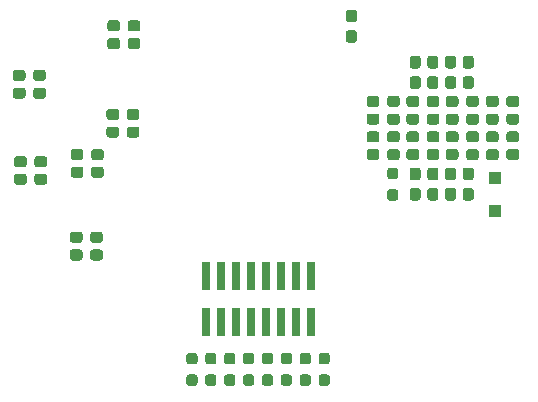
<source format=gbr>
%TF.GenerationSoftware,KiCad,Pcbnew,5.1.7-a382d34a8~87~ubuntu20.04.1*%
%TF.CreationDate,2021-02-03T18:06:15+00:00*%
%TF.ProjectId,UFOControlDeck,55464f43-6f6e-4747-926f-6c4465636b2e,rev?*%
%TF.SameCoordinates,Original*%
%TF.FileFunction,Paste,Bot*%
%TF.FilePolarity,Positive*%
%FSLAX46Y46*%
G04 Gerber Fmt 4.6, Leading zero omitted, Abs format (unit mm)*
G04 Created by KiCad (PCBNEW 5.1.7-a382d34a8~87~ubuntu20.04.1) date 2021-02-03 18:06:15*
%MOMM*%
%LPD*%
G01*
G04 APERTURE LIST*
%ADD10R,0.740000X2.400000*%
%ADD11R,1.100000X1.100000*%
G04 APERTURE END LIST*
%TO.C,R10*%
G36*
G01*
X150237500Y-119387500D02*
X149762500Y-119387500D01*
G75*
G02*
X149525000Y-119150000I0J237500D01*
G01*
X149525000Y-118650000D01*
G75*
G02*
X149762500Y-118412500I237500J0D01*
G01*
X150237500Y-118412500D01*
G75*
G02*
X150475000Y-118650000I0J-237500D01*
G01*
X150475000Y-119150000D01*
G75*
G02*
X150237500Y-119387500I-237500J0D01*
G01*
G37*
G36*
G01*
X150237500Y-121212500D02*
X149762500Y-121212500D01*
G75*
G02*
X149525000Y-120975000I0J237500D01*
G01*
X149525000Y-120475000D01*
G75*
G02*
X149762500Y-120237500I237500J0D01*
G01*
X150237500Y-120237500D01*
G75*
G02*
X150475000Y-120475000I0J-237500D01*
G01*
X150475000Y-120975000D01*
G75*
G02*
X150237500Y-121212500I-237500J0D01*
G01*
G37*
%TD*%
%TO.C,C46*%
G36*
G01*
X146262500Y-106762499D02*
X146737500Y-106762499D01*
G75*
G02*
X146975000Y-106999999I0J-237500D01*
G01*
X146975000Y-107599999D01*
G75*
G02*
X146737500Y-107837499I-237500J0D01*
G01*
X146262500Y-107837499D01*
G75*
G02*
X146025000Y-107599999I0J237500D01*
G01*
X146025000Y-106999999D01*
G75*
G02*
X146262500Y-106762499I237500J0D01*
G01*
G37*
G36*
G01*
X146262500Y-105037499D02*
X146737500Y-105037499D01*
G75*
G02*
X146975000Y-105274999I0J-237500D01*
G01*
X146975000Y-105874999D01*
G75*
G02*
X146737500Y-106112499I-237500J0D01*
G01*
X146262500Y-106112499D01*
G75*
G02*
X146025000Y-105874999I0J237500D01*
G01*
X146025000Y-105274999D01*
G75*
G02*
X146262500Y-105037499I237500J0D01*
G01*
G37*
%TD*%
%TO.C,C41*%
G36*
G01*
X118912499Y-111862500D02*
X118912499Y-112337500D01*
G75*
G02*
X118674999Y-112575000I-237500J0D01*
G01*
X118074999Y-112575000D01*
G75*
G02*
X117837499Y-112337500I0J237500D01*
G01*
X117837499Y-111862500D01*
G75*
G02*
X118074999Y-111625000I237500J0D01*
G01*
X118674999Y-111625000D01*
G75*
G02*
X118912499Y-111862500I0J-237500D01*
G01*
G37*
G36*
G01*
X120637499Y-111862500D02*
X120637499Y-112337500D01*
G75*
G02*
X120399999Y-112575000I-237500J0D01*
G01*
X119799999Y-112575000D01*
G75*
G02*
X119562499Y-112337500I0J237500D01*
G01*
X119562499Y-111862500D01*
G75*
G02*
X119799999Y-111625000I237500J0D01*
G01*
X120399999Y-111625000D01*
G75*
G02*
X120637499Y-111862500I0J-237500D01*
G01*
G37*
%TD*%
%TO.C,C40*%
G36*
G01*
X127487501Y-115637500D02*
X127487501Y-115162500D01*
G75*
G02*
X127725001Y-114925000I237500J0D01*
G01*
X128325001Y-114925000D01*
G75*
G02*
X128562501Y-115162500I0J-237500D01*
G01*
X128562501Y-115637500D01*
G75*
G02*
X128325001Y-115875000I-237500J0D01*
G01*
X127725001Y-115875000D01*
G75*
G02*
X127487501Y-115637500I0J237500D01*
G01*
G37*
G36*
G01*
X125762501Y-115637500D02*
X125762501Y-115162500D01*
G75*
G02*
X126000001Y-114925000I237500J0D01*
G01*
X126600001Y-114925000D01*
G75*
G02*
X126837501Y-115162500I0J-237500D01*
G01*
X126837501Y-115637500D01*
G75*
G02*
X126600001Y-115875000I-237500J0D01*
G01*
X126000001Y-115875000D01*
G75*
G02*
X125762501Y-115637500I0J237500D01*
G01*
G37*
%TD*%
%TO.C,C39*%
G36*
G01*
X124387501Y-126037500D02*
X124387501Y-125562500D01*
G75*
G02*
X124625001Y-125325000I237500J0D01*
G01*
X125225001Y-125325000D01*
G75*
G02*
X125462501Y-125562500I0J-237500D01*
G01*
X125462501Y-126037500D01*
G75*
G02*
X125225001Y-126275000I-237500J0D01*
G01*
X124625001Y-126275000D01*
G75*
G02*
X124387501Y-126037500I0J237500D01*
G01*
G37*
G36*
G01*
X122662501Y-126037500D02*
X122662501Y-125562500D01*
G75*
G02*
X122900001Y-125325000I237500J0D01*
G01*
X123500001Y-125325000D01*
G75*
G02*
X123737501Y-125562500I0J-237500D01*
G01*
X123737501Y-126037500D01*
G75*
G02*
X123500001Y-126275000I-237500J0D01*
G01*
X122900001Y-126275000D01*
G75*
G02*
X122662501Y-126037500I0J237500D01*
G01*
G37*
%TD*%
%TO.C,C9*%
G36*
G01*
X118912499Y-110362500D02*
X118912499Y-110837500D01*
G75*
G02*
X118674999Y-111075000I-237500J0D01*
G01*
X118074999Y-111075000D01*
G75*
G02*
X117837499Y-110837500I0J237500D01*
G01*
X117837499Y-110362500D01*
G75*
G02*
X118074999Y-110125000I237500J0D01*
G01*
X118674999Y-110125000D01*
G75*
G02*
X118912499Y-110362500I0J-237500D01*
G01*
G37*
G36*
G01*
X120637499Y-110362500D02*
X120637499Y-110837500D01*
G75*
G02*
X120399999Y-111075000I-237500J0D01*
G01*
X119799999Y-111075000D01*
G75*
G02*
X119562499Y-110837500I0J237500D01*
G01*
X119562499Y-110362500D01*
G75*
G02*
X119799999Y-110125000I237500J0D01*
G01*
X120399999Y-110125000D01*
G75*
G02*
X120637499Y-110362500I0J-237500D01*
G01*
G37*
%TD*%
%TO.C,C8*%
G36*
G01*
X127487500Y-114137500D02*
X127487500Y-113662500D01*
G75*
G02*
X127725000Y-113425000I237500J0D01*
G01*
X128325000Y-113425000D01*
G75*
G02*
X128562500Y-113662500I0J-237500D01*
G01*
X128562500Y-114137500D01*
G75*
G02*
X128325000Y-114375000I-237500J0D01*
G01*
X127725000Y-114375000D01*
G75*
G02*
X127487500Y-114137500I0J237500D01*
G01*
G37*
G36*
G01*
X125762500Y-114137500D02*
X125762500Y-113662500D01*
G75*
G02*
X126000000Y-113425000I237500J0D01*
G01*
X126600000Y-113425000D01*
G75*
G02*
X126837500Y-113662500I0J-237500D01*
G01*
X126837500Y-114137500D01*
G75*
G02*
X126600000Y-114375000I-237500J0D01*
G01*
X126000000Y-114375000D01*
G75*
G02*
X125762500Y-114137500I0J237500D01*
G01*
G37*
%TD*%
%TO.C,C7*%
G36*
G01*
X124387501Y-124537500D02*
X124387501Y-124062500D01*
G75*
G02*
X124625001Y-123825000I237500J0D01*
G01*
X125225001Y-123825000D01*
G75*
G02*
X125462501Y-124062500I0J-237500D01*
G01*
X125462501Y-124537500D01*
G75*
G02*
X125225001Y-124775000I-237500J0D01*
G01*
X124625001Y-124775000D01*
G75*
G02*
X124387501Y-124537500I0J237500D01*
G01*
G37*
G36*
G01*
X122662501Y-124537500D02*
X122662501Y-124062500D01*
G75*
G02*
X122900001Y-123825000I237500J0D01*
G01*
X123500001Y-123825000D01*
G75*
G02*
X123737501Y-124062500I0J-237500D01*
G01*
X123737501Y-124537500D01*
G75*
G02*
X123500001Y-124775000I-237500J0D01*
G01*
X122900001Y-124775000D01*
G75*
G02*
X122662501Y-124537500I0J237500D01*
G01*
G37*
%TD*%
%TO.C,C6*%
G36*
G01*
X119012499Y-117662500D02*
X119012499Y-118137500D01*
G75*
G02*
X118774999Y-118375000I-237500J0D01*
G01*
X118174999Y-118375000D01*
G75*
G02*
X117937499Y-118137500I0J237500D01*
G01*
X117937499Y-117662500D01*
G75*
G02*
X118174999Y-117425000I237500J0D01*
G01*
X118774999Y-117425000D01*
G75*
G02*
X119012499Y-117662500I0J-237500D01*
G01*
G37*
G36*
G01*
X120737499Y-117662500D02*
X120737499Y-118137500D01*
G75*
G02*
X120499999Y-118375000I-237500J0D01*
G01*
X119899999Y-118375000D01*
G75*
G02*
X119662499Y-118137500I0J237500D01*
G01*
X119662499Y-117662500D01*
G75*
G02*
X119899999Y-117425000I237500J0D01*
G01*
X120499999Y-117425000D01*
G75*
G02*
X120737499Y-117662500I0J-237500D01*
G01*
G37*
%TD*%
%TO.C,C5*%
G36*
G01*
X127562500Y-108137500D02*
X127562500Y-107662500D01*
G75*
G02*
X127800000Y-107425000I237500J0D01*
G01*
X128400000Y-107425000D01*
G75*
G02*
X128637500Y-107662500I0J-237500D01*
G01*
X128637500Y-108137500D01*
G75*
G02*
X128400000Y-108375000I-237500J0D01*
G01*
X127800000Y-108375000D01*
G75*
G02*
X127562500Y-108137500I0J237500D01*
G01*
G37*
G36*
G01*
X125837500Y-108137500D02*
X125837500Y-107662500D01*
G75*
G02*
X126075000Y-107425000I237500J0D01*
G01*
X126675000Y-107425000D01*
G75*
G02*
X126912500Y-107662500I0J-237500D01*
G01*
X126912500Y-108137500D01*
G75*
G02*
X126675000Y-108375000I-237500J0D01*
G01*
X126075000Y-108375000D01*
G75*
G02*
X125837500Y-108137500I0J237500D01*
G01*
G37*
%TD*%
%TO.C,C4*%
G36*
G01*
X124462500Y-117537500D02*
X124462500Y-117062500D01*
G75*
G02*
X124700000Y-116825000I237500J0D01*
G01*
X125300000Y-116825000D01*
G75*
G02*
X125537500Y-117062500I0J-237500D01*
G01*
X125537500Y-117537500D01*
G75*
G02*
X125300000Y-117775000I-237500J0D01*
G01*
X124700000Y-117775000D01*
G75*
G02*
X124462500Y-117537500I0J237500D01*
G01*
G37*
G36*
G01*
X122737500Y-117537500D02*
X122737500Y-117062500D01*
G75*
G02*
X122975000Y-116825000I237500J0D01*
G01*
X123575000Y-116825000D01*
G75*
G02*
X123812500Y-117062500I0J-237500D01*
G01*
X123812500Y-117537500D01*
G75*
G02*
X123575000Y-117775000I-237500J0D01*
G01*
X122975000Y-117775000D01*
G75*
G02*
X122737500Y-117537500I0J237500D01*
G01*
G37*
%TD*%
%TO.C,C3*%
G36*
G01*
X119012499Y-119162501D02*
X119012499Y-119637501D01*
G75*
G02*
X118774999Y-119875001I-237500J0D01*
G01*
X118174999Y-119875001D01*
G75*
G02*
X117937499Y-119637501I0J237500D01*
G01*
X117937499Y-119162501D01*
G75*
G02*
X118174999Y-118925001I237500J0D01*
G01*
X118774999Y-118925001D01*
G75*
G02*
X119012499Y-119162501I0J-237500D01*
G01*
G37*
G36*
G01*
X120737499Y-119162501D02*
X120737499Y-119637501D01*
G75*
G02*
X120499999Y-119875001I-237500J0D01*
G01*
X119899999Y-119875001D01*
G75*
G02*
X119662499Y-119637501I0J237500D01*
G01*
X119662499Y-119162501D01*
G75*
G02*
X119899999Y-118925001I237500J0D01*
G01*
X120499999Y-118925001D01*
G75*
G02*
X120737499Y-119162501I0J-237500D01*
G01*
G37*
%TD*%
%TO.C,C2*%
G36*
G01*
X127562500Y-106637499D02*
X127562500Y-106162499D01*
G75*
G02*
X127800000Y-105924999I237500J0D01*
G01*
X128400000Y-105924999D01*
G75*
G02*
X128637500Y-106162499I0J-237500D01*
G01*
X128637500Y-106637499D01*
G75*
G02*
X128400000Y-106874999I-237500J0D01*
G01*
X127800000Y-106874999D01*
G75*
G02*
X127562500Y-106637499I0J237500D01*
G01*
G37*
G36*
G01*
X125837500Y-106637499D02*
X125837500Y-106162499D01*
G75*
G02*
X126075000Y-105924999I237500J0D01*
G01*
X126675000Y-105924999D01*
G75*
G02*
X126912500Y-106162499I0J-237500D01*
G01*
X126912500Y-106637499D01*
G75*
G02*
X126675000Y-106874999I-237500J0D01*
G01*
X126075000Y-106874999D01*
G75*
G02*
X125837500Y-106637499I0J237500D01*
G01*
G37*
%TD*%
%TO.C,C1*%
G36*
G01*
X124462500Y-119037500D02*
X124462500Y-118562500D01*
G75*
G02*
X124700000Y-118325000I237500J0D01*
G01*
X125300000Y-118325000D01*
G75*
G02*
X125537500Y-118562500I0J-237500D01*
G01*
X125537500Y-119037500D01*
G75*
G02*
X125300000Y-119275000I-237500J0D01*
G01*
X124700000Y-119275000D01*
G75*
G02*
X124462500Y-119037500I0J237500D01*
G01*
G37*
G36*
G01*
X122737500Y-119037500D02*
X122737500Y-118562500D01*
G75*
G02*
X122975000Y-118325000I237500J0D01*
G01*
X123575000Y-118325000D01*
G75*
G02*
X123812500Y-118562500I0J-237500D01*
G01*
X123812500Y-119037500D01*
G75*
G02*
X123575000Y-119275000I-237500J0D01*
G01*
X122975000Y-119275000D01*
G75*
G02*
X122737500Y-119037500I0J237500D01*
G01*
G37*
%TD*%
D10*
%TO.C,J13*%
X143045000Y-131450000D03*
X143045000Y-127550000D03*
X141775000Y-131450000D03*
X141775000Y-127550000D03*
X140505000Y-131450000D03*
X140505000Y-127550000D03*
X139235000Y-131450000D03*
X139235000Y-127550000D03*
X137965000Y-131450000D03*
X137965000Y-127550000D03*
X136695000Y-131450000D03*
X136695000Y-127550000D03*
X135425000Y-131450000D03*
X135425000Y-127550000D03*
X134155000Y-131450000D03*
X134155000Y-127550000D03*
%TD*%
D11*
%TO.C,D14*%
X158700000Y-122100000D03*
X158700000Y-119300000D03*
%TD*%
%TO.C,C38*%
G36*
G01*
X152887500Y-114537500D02*
X152887500Y-114062500D01*
G75*
G02*
X153125000Y-113825000I237500J0D01*
G01*
X153725000Y-113825000D01*
G75*
G02*
X153962500Y-114062500I0J-237500D01*
G01*
X153962500Y-114537500D01*
G75*
G02*
X153725000Y-114775000I-237500J0D01*
G01*
X153125000Y-114775000D01*
G75*
G02*
X152887500Y-114537500I0J237500D01*
G01*
G37*
G36*
G01*
X151162500Y-114537500D02*
X151162500Y-114062500D01*
G75*
G02*
X151400000Y-113825000I237500J0D01*
G01*
X152000000Y-113825000D01*
G75*
G02*
X152237500Y-114062500I0J-237500D01*
G01*
X152237500Y-114537500D01*
G75*
G02*
X152000000Y-114775000I-237500J0D01*
G01*
X151400000Y-114775000D01*
G75*
G02*
X151162500Y-114537500I0J237500D01*
G01*
G37*
%TD*%
%TO.C,C37*%
G36*
G01*
X155575000Y-115562500D02*
X155575000Y-116037500D01*
G75*
G02*
X155337500Y-116275000I-237500J0D01*
G01*
X154737500Y-116275000D01*
G75*
G02*
X154500000Y-116037500I0J237500D01*
G01*
X154500000Y-115562500D01*
G75*
G02*
X154737500Y-115325000I237500J0D01*
G01*
X155337500Y-115325000D01*
G75*
G02*
X155575000Y-115562500I0J-237500D01*
G01*
G37*
G36*
G01*
X157300000Y-115562500D02*
X157300000Y-116037500D01*
G75*
G02*
X157062500Y-116275000I-237500J0D01*
G01*
X156462500Y-116275000D01*
G75*
G02*
X156225000Y-116037500I0J237500D01*
G01*
X156225000Y-115562500D01*
G75*
G02*
X156462500Y-115325000I237500J0D01*
G01*
X157062500Y-115325000D01*
G75*
G02*
X157300000Y-115562500I0J-237500D01*
G01*
G37*
%TD*%
%TO.C,C36*%
G36*
G01*
X148875000Y-117062500D02*
X148875000Y-117537500D01*
G75*
G02*
X148637500Y-117775000I-237500J0D01*
G01*
X148037500Y-117775000D01*
G75*
G02*
X147800000Y-117537500I0J237500D01*
G01*
X147800000Y-117062500D01*
G75*
G02*
X148037500Y-116825000I237500J0D01*
G01*
X148637500Y-116825000D01*
G75*
G02*
X148875000Y-117062500I0J-237500D01*
G01*
G37*
G36*
G01*
X150600000Y-117062500D02*
X150600000Y-117537500D01*
G75*
G02*
X150362500Y-117775000I-237500J0D01*
G01*
X149762500Y-117775000D01*
G75*
G02*
X149525000Y-117537500I0J237500D01*
G01*
X149525000Y-117062500D01*
G75*
G02*
X149762500Y-116825000I237500J0D01*
G01*
X150362500Y-116825000D01*
G75*
G02*
X150600000Y-117062500I0J-237500D01*
G01*
G37*
%TD*%
%TO.C,C35*%
G36*
G01*
X152887500Y-116037500D02*
X152887500Y-115562500D01*
G75*
G02*
X153125000Y-115325000I237500J0D01*
G01*
X153725000Y-115325000D01*
G75*
G02*
X153962500Y-115562500I0J-237500D01*
G01*
X153962500Y-116037500D01*
G75*
G02*
X153725000Y-116275000I-237500J0D01*
G01*
X153125000Y-116275000D01*
G75*
G02*
X152887500Y-116037500I0J237500D01*
G01*
G37*
G36*
G01*
X151162500Y-116037500D02*
X151162500Y-115562500D01*
G75*
G02*
X151400000Y-115325000I237500J0D01*
G01*
X152000000Y-115325000D01*
G75*
G02*
X152237500Y-115562500I0J-237500D01*
G01*
X152237500Y-116037500D01*
G75*
G02*
X152000000Y-116275000I-237500J0D01*
G01*
X151400000Y-116275000D01*
G75*
G02*
X151162500Y-116037500I0J237500D01*
G01*
G37*
%TD*%
%TO.C,C34*%
G36*
G01*
X152887500Y-117537500D02*
X152887500Y-117062500D01*
G75*
G02*
X153125000Y-116825000I237500J0D01*
G01*
X153725000Y-116825000D01*
G75*
G02*
X153962500Y-117062500I0J-237500D01*
G01*
X153962500Y-117537500D01*
G75*
G02*
X153725000Y-117775000I-237500J0D01*
G01*
X153125000Y-117775000D01*
G75*
G02*
X152887500Y-117537500I0J237500D01*
G01*
G37*
G36*
G01*
X151162500Y-117537500D02*
X151162500Y-117062500D01*
G75*
G02*
X151400000Y-116825000I237500J0D01*
G01*
X152000000Y-116825000D01*
G75*
G02*
X152237500Y-117062500I0J-237500D01*
G01*
X152237500Y-117537500D01*
G75*
G02*
X152000000Y-117775000I-237500J0D01*
G01*
X151400000Y-117775000D01*
G75*
G02*
X151162500Y-117537500I0J237500D01*
G01*
G37*
%TD*%
%TO.C,C33*%
G36*
G01*
X155575000Y-114072500D02*
X155575000Y-114547500D01*
G75*
G02*
X155337500Y-114785000I-237500J0D01*
G01*
X154737500Y-114785000D01*
G75*
G02*
X154500000Y-114547500I0J237500D01*
G01*
X154500000Y-114072500D01*
G75*
G02*
X154737500Y-113835000I237500J0D01*
G01*
X155337500Y-113835000D01*
G75*
G02*
X155575000Y-114072500I0J-237500D01*
G01*
G37*
G36*
G01*
X157300000Y-114072500D02*
X157300000Y-114547500D01*
G75*
G02*
X157062500Y-114785000I-237500J0D01*
G01*
X156462500Y-114785000D01*
G75*
G02*
X156225000Y-114547500I0J237500D01*
G01*
X156225000Y-114072500D01*
G75*
G02*
X156462500Y-113835000I237500J0D01*
G01*
X157062500Y-113835000D01*
G75*
G02*
X157300000Y-114072500I0J-237500D01*
G01*
G37*
%TD*%
%TO.C,C32*%
G36*
G01*
X152887500Y-113037500D02*
X152887500Y-112562500D01*
G75*
G02*
X153125000Y-112325000I237500J0D01*
G01*
X153725000Y-112325000D01*
G75*
G02*
X153962500Y-112562500I0J-237500D01*
G01*
X153962500Y-113037500D01*
G75*
G02*
X153725000Y-113275000I-237500J0D01*
G01*
X153125000Y-113275000D01*
G75*
G02*
X152887500Y-113037500I0J237500D01*
G01*
G37*
G36*
G01*
X151162500Y-113037500D02*
X151162500Y-112562500D01*
G75*
G02*
X151400000Y-112325000I237500J0D01*
G01*
X152000000Y-112325000D01*
G75*
G02*
X152237500Y-112562500I0J-237500D01*
G01*
X152237500Y-113037500D01*
G75*
G02*
X152000000Y-113275000I-237500J0D01*
G01*
X151400000Y-113275000D01*
G75*
G02*
X151162500Y-113037500I0J237500D01*
G01*
G37*
%TD*%
%TO.C,C31*%
G36*
G01*
X155575000Y-117062500D02*
X155575000Y-117537500D01*
G75*
G02*
X155337500Y-117775000I-237500J0D01*
G01*
X154737500Y-117775000D01*
G75*
G02*
X154500000Y-117537500I0J237500D01*
G01*
X154500000Y-117062500D01*
G75*
G02*
X154737500Y-116825000I237500J0D01*
G01*
X155337500Y-116825000D01*
G75*
G02*
X155575000Y-117062500I0J-237500D01*
G01*
G37*
G36*
G01*
X157300000Y-117062500D02*
X157300000Y-117537500D01*
G75*
G02*
X157062500Y-117775000I-237500J0D01*
G01*
X156462500Y-117775000D01*
G75*
G02*
X156225000Y-117537500I0J237500D01*
G01*
X156225000Y-117062500D01*
G75*
G02*
X156462500Y-116825000I237500J0D01*
G01*
X157062500Y-116825000D01*
G75*
G02*
X157300000Y-117062500I0J-237500D01*
G01*
G37*
%TD*%
%TO.C,C30*%
G36*
G01*
X155575000Y-112562500D02*
X155575000Y-113037500D01*
G75*
G02*
X155337500Y-113275000I-237500J0D01*
G01*
X154737500Y-113275000D01*
G75*
G02*
X154500000Y-113037500I0J237500D01*
G01*
X154500000Y-112562500D01*
G75*
G02*
X154737500Y-112325000I237500J0D01*
G01*
X155337500Y-112325000D01*
G75*
G02*
X155575000Y-112562500I0J-237500D01*
G01*
G37*
G36*
G01*
X157300000Y-112562500D02*
X157300000Y-113037500D01*
G75*
G02*
X157062500Y-113275000I-237500J0D01*
G01*
X156462500Y-113275000D01*
G75*
G02*
X156225000Y-113037500I0J237500D01*
G01*
X156225000Y-112562500D01*
G75*
G02*
X156462500Y-112325000I237500J0D01*
G01*
X157062500Y-112325000D01*
G75*
G02*
X157300000Y-112562500I0J-237500D01*
G01*
G37*
%TD*%
%TO.C,C29*%
G36*
G01*
X156162500Y-120125000D02*
X156637500Y-120125000D01*
G75*
G02*
X156875000Y-120362500I0J-237500D01*
G01*
X156875000Y-120962500D01*
G75*
G02*
X156637500Y-121200000I-237500J0D01*
G01*
X156162500Y-121200000D01*
G75*
G02*
X155925000Y-120962500I0J237500D01*
G01*
X155925000Y-120362500D01*
G75*
G02*
X156162500Y-120125000I237500J0D01*
G01*
G37*
G36*
G01*
X156162500Y-118400000D02*
X156637500Y-118400000D01*
G75*
G02*
X156875000Y-118637500I0J-237500D01*
G01*
X156875000Y-119237500D01*
G75*
G02*
X156637500Y-119475000I-237500J0D01*
G01*
X156162500Y-119475000D01*
G75*
G02*
X155925000Y-119237500I0J237500D01*
G01*
X155925000Y-118637500D01*
G75*
G02*
X156162500Y-118400000I237500J0D01*
G01*
G37*
%TD*%
%TO.C,C28*%
G36*
G01*
X152137500Y-110012500D02*
X151662500Y-110012500D01*
G75*
G02*
X151425000Y-109775000I0J237500D01*
G01*
X151425000Y-109175000D01*
G75*
G02*
X151662500Y-108937500I237500J0D01*
G01*
X152137500Y-108937500D01*
G75*
G02*
X152375000Y-109175000I0J-237500D01*
G01*
X152375000Y-109775000D01*
G75*
G02*
X152137500Y-110012500I-237500J0D01*
G01*
G37*
G36*
G01*
X152137500Y-111737500D02*
X151662500Y-111737500D01*
G75*
G02*
X151425000Y-111500000I0J237500D01*
G01*
X151425000Y-110900000D01*
G75*
G02*
X151662500Y-110662500I237500J0D01*
G01*
X152137500Y-110662500D01*
G75*
G02*
X152375000Y-110900000I0J-237500D01*
G01*
X152375000Y-111500000D01*
G75*
G02*
X152137500Y-111737500I-237500J0D01*
G01*
G37*
%TD*%
%TO.C,C27*%
G36*
G01*
X153637500Y-110012500D02*
X153162500Y-110012500D01*
G75*
G02*
X152925000Y-109775000I0J237500D01*
G01*
X152925000Y-109175000D01*
G75*
G02*
X153162500Y-108937500I237500J0D01*
G01*
X153637500Y-108937500D01*
G75*
G02*
X153875000Y-109175000I0J-237500D01*
G01*
X153875000Y-109775000D01*
G75*
G02*
X153637500Y-110012500I-237500J0D01*
G01*
G37*
G36*
G01*
X153637500Y-111737500D02*
X153162500Y-111737500D01*
G75*
G02*
X152925000Y-111500000I0J237500D01*
G01*
X152925000Y-110900000D01*
G75*
G02*
X153162500Y-110662500I237500J0D01*
G01*
X153637500Y-110662500D01*
G75*
G02*
X153875000Y-110900000I0J-237500D01*
G01*
X153875000Y-111500000D01*
G75*
G02*
X153637500Y-111737500I-237500J0D01*
G01*
G37*
%TD*%
%TO.C,C26*%
G36*
G01*
X155137500Y-110012500D02*
X154662500Y-110012500D01*
G75*
G02*
X154425000Y-109775000I0J237500D01*
G01*
X154425000Y-109175000D01*
G75*
G02*
X154662500Y-108937500I237500J0D01*
G01*
X155137500Y-108937500D01*
G75*
G02*
X155375000Y-109175000I0J-237500D01*
G01*
X155375000Y-109775000D01*
G75*
G02*
X155137500Y-110012500I-237500J0D01*
G01*
G37*
G36*
G01*
X155137500Y-111737500D02*
X154662500Y-111737500D01*
G75*
G02*
X154425000Y-111500000I0J237500D01*
G01*
X154425000Y-110900000D01*
G75*
G02*
X154662500Y-110662500I237500J0D01*
G01*
X155137500Y-110662500D01*
G75*
G02*
X155375000Y-110900000I0J-237500D01*
G01*
X155375000Y-111500000D01*
G75*
G02*
X155137500Y-111737500I-237500J0D01*
G01*
G37*
%TD*%
%TO.C,C25*%
G36*
G01*
X156637500Y-110012499D02*
X156162500Y-110012499D01*
G75*
G02*
X155925000Y-109774999I0J237500D01*
G01*
X155925000Y-109174999D01*
G75*
G02*
X156162500Y-108937499I237500J0D01*
G01*
X156637500Y-108937499D01*
G75*
G02*
X156875000Y-109174999I0J-237500D01*
G01*
X156875000Y-109774999D01*
G75*
G02*
X156637500Y-110012499I-237500J0D01*
G01*
G37*
G36*
G01*
X156637500Y-111737499D02*
X156162500Y-111737499D01*
G75*
G02*
X155925000Y-111499999I0J237500D01*
G01*
X155925000Y-110899999D01*
G75*
G02*
X156162500Y-110662499I237500J0D01*
G01*
X156637500Y-110662499D01*
G75*
G02*
X156875000Y-110899999I0J-237500D01*
G01*
X156875000Y-111499999D01*
G75*
G02*
X156637500Y-111737499I-237500J0D01*
G01*
G37*
%TD*%
%TO.C,C24*%
G36*
G01*
X159625000Y-117537500D02*
X159625000Y-117062500D01*
G75*
G02*
X159862500Y-116825000I237500J0D01*
G01*
X160462500Y-116825000D01*
G75*
G02*
X160700000Y-117062500I0J-237500D01*
G01*
X160700000Y-117537500D01*
G75*
G02*
X160462500Y-117775000I-237500J0D01*
G01*
X159862500Y-117775000D01*
G75*
G02*
X159625000Y-117537500I0J237500D01*
G01*
G37*
G36*
G01*
X157900000Y-117537500D02*
X157900000Y-117062500D01*
G75*
G02*
X158137500Y-116825000I237500J0D01*
G01*
X158737500Y-116825000D01*
G75*
G02*
X158975000Y-117062500I0J-237500D01*
G01*
X158975000Y-117537500D01*
G75*
G02*
X158737500Y-117775000I-237500J0D01*
G01*
X158137500Y-117775000D01*
G75*
G02*
X157900000Y-117537500I0J237500D01*
G01*
G37*
%TD*%
%TO.C,C23*%
G36*
G01*
X148875000Y-115562500D02*
X148875000Y-116037500D01*
G75*
G02*
X148637500Y-116275000I-237500J0D01*
G01*
X148037500Y-116275000D01*
G75*
G02*
X147800000Y-116037500I0J237500D01*
G01*
X147800000Y-115562500D01*
G75*
G02*
X148037500Y-115325000I237500J0D01*
G01*
X148637500Y-115325000D01*
G75*
G02*
X148875000Y-115562500I0J-237500D01*
G01*
G37*
G36*
G01*
X150600000Y-115562500D02*
X150600000Y-116037500D01*
G75*
G02*
X150362500Y-116275000I-237500J0D01*
G01*
X149762500Y-116275000D01*
G75*
G02*
X149525000Y-116037500I0J237500D01*
G01*
X149525000Y-115562500D01*
G75*
G02*
X149762500Y-115325000I237500J0D01*
G01*
X150362500Y-115325000D01*
G75*
G02*
X150600000Y-115562500I0J-237500D01*
G01*
G37*
%TD*%
%TO.C,C22*%
G36*
G01*
X148875000Y-114062500D02*
X148875000Y-114537500D01*
G75*
G02*
X148637500Y-114775000I-237500J0D01*
G01*
X148037500Y-114775000D01*
G75*
G02*
X147800000Y-114537500I0J237500D01*
G01*
X147800000Y-114062500D01*
G75*
G02*
X148037500Y-113825000I237500J0D01*
G01*
X148637500Y-113825000D01*
G75*
G02*
X148875000Y-114062500I0J-237500D01*
G01*
G37*
G36*
G01*
X150600000Y-114062500D02*
X150600000Y-114537500D01*
G75*
G02*
X150362500Y-114775000I-237500J0D01*
G01*
X149762500Y-114775000D01*
G75*
G02*
X149525000Y-114537500I0J237500D01*
G01*
X149525000Y-114062500D01*
G75*
G02*
X149762500Y-113825000I237500J0D01*
G01*
X150362500Y-113825000D01*
G75*
G02*
X150600000Y-114062500I0J-237500D01*
G01*
G37*
%TD*%
%TO.C,C21*%
G36*
G01*
X148875000Y-112562500D02*
X148875000Y-113037500D01*
G75*
G02*
X148637500Y-113275000I-237500J0D01*
G01*
X148037500Y-113275000D01*
G75*
G02*
X147800000Y-113037500I0J237500D01*
G01*
X147800000Y-112562500D01*
G75*
G02*
X148037500Y-112325000I237500J0D01*
G01*
X148637500Y-112325000D01*
G75*
G02*
X148875000Y-112562500I0J-237500D01*
G01*
G37*
G36*
G01*
X150600000Y-112562500D02*
X150600000Y-113037500D01*
G75*
G02*
X150362500Y-113275000I-237500J0D01*
G01*
X149762500Y-113275000D01*
G75*
G02*
X149525000Y-113037500I0J237500D01*
G01*
X149525000Y-112562500D01*
G75*
G02*
X149762500Y-112325000I237500J0D01*
G01*
X150362500Y-112325000D01*
G75*
G02*
X150600000Y-112562500I0J-237500D01*
G01*
G37*
%TD*%
%TO.C,C20*%
G36*
G01*
X154662500Y-120125000D02*
X155137500Y-120125000D01*
G75*
G02*
X155375000Y-120362500I0J-237500D01*
G01*
X155375000Y-120962500D01*
G75*
G02*
X155137500Y-121200000I-237500J0D01*
G01*
X154662500Y-121200000D01*
G75*
G02*
X154425000Y-120962500I0J237500D01*
G01*
X154425000Y-120362500D01*
G75*
G02*
X154662500Y-120125000I237500J0D01*
G01*
G37*
G36*
G01*
X154662500Y-118400000D02*
X155137500Y-118400000D01*
G75*
G02*
X155375000Y-118637500I0J-237500D01*
G01*
X155375000Y-119237500D01*
G75*
G02*
X155137500Y-119475000I-237500J0D01*
G01*
X154662500Y-119475000D01*
G75*
G02*
X154425000Y-119237500I0J237500D01*
G01*
X154425000Y-118637500D01*
G75*
G02*
X154662500Y-118400000I237500J0D01*
G01*
G37*
%TD*%
%TO.C,C19*%
G36*
G01*
X153162500Y-120125000D02*
X153637500Y-120125000D01*
G75*
G02*
X153875000Y-120362500I0J-237500D01*
G01*
X153875000Y-120962500D01*
G75*
G02*
X153637500Y-121200000I-237500J0D01*
G01*
X153162500Y-121200000D01*
G75*
G02*
X152925000Y-120962500I0J237500D01*
G01*
X152925000Y-120362500D01*
G75*
G02*
X153162500Y-120125000I237500J0D01*
G01*
G37*
G36*
G01*
X153162500Y-118400000D02*
X153637500Y-118400000D01*
G75*
G02*
X153875000Y-118637500I0J-237500D01*
G01*
X153875000Y-119237500D01*
G75*
G02*
X153637500Y-119475000I-237500J0D01*
G01*
X153162500Y-119475000D01*
G75*
G02*
X152925000Y-119237500I0J237500D01*
G01*
X152925000Y-118637500D01*
G75*
G02*
X153162500Y-118400000I237500J0D01*
G01*
G37*
%TD*%
%TO.C,C18*%
G36*
G01*
X151662500Y-120125000D02*
X152137500Y-120125000D01*
G75*
G02*
X152375000Y-120362500I0J-237500D01*
G01*
X152375000Y-120962500D01*
G75*
G02*
X152137500Y-121200000I-237500J0D01*
G01*
X151662500Y-121200000D01*
G75*
G02*
X151425000Y-120962500I0J237500D01*
G01*
X151425000Y-120362500D01*
G75*
G02*
X151662500Y-120125000I237500J0D01*
G01*
G37*
G36*
G01*
X151662500Y-118400000D02*
X152137500Y-118400000D01*
G75*
G02*
X152375000Y-118637500I0J-237500D01*
G01*
X152375000Y-119237500D01*
G75*
G02*
X152137500Y-119475000I-237500J0D01*
G01*
X151662500Y-119475000D01*
G75*
G02*
X151425000Y-119237500I0J237500D01*
G01*
X151425000Y-118637500D01*
G75*
G02*
X151662500Y-118400000I237500J0D01*
G01*
G37*
%TD*%
%TO.C,C17*%
G36*
G01*
X159625000Y-116037500D02*
X159625000Y-115562500D01*
G75*
G02*
X159862500Y-115325000I237500J0D01*
G01*
X160462500Y-115325000D01*
G75*
G02*
X160700000Y-115562500I0J-237500D01*
G01*
X160700000Y-116037500D01*
G75*
G02*
X160462500Y-116275000I-237500J0D01*
G01*
X159862500Y-116275000D01*
G75*
G02*
X159625000Y-116037500I0J237500D01*
G01*
G37*
G36*
G01*
X157900000Y-116037500D02*
X157900000Y-115562500D01*
G75*
G02*
X158137500Y-115325000I237500J0D01*
G01*
X158737500Y-115325000D01*
G75*
G02*
X158975000Y-115562500I0J-237500D01*
G01*
X158975000Y-116037500D01*
G75*
G02*
X158737500Y-116275000I-237500J0D01*
G01*
X158137500Y-116275000D01*
G75*
G02*
X157900000Y-116037500I0J237500D01*
G01*
G37*
%TD*%
%TO.C,C16*%
G36*
G01*
X159625000Y-113037500D02*
X159625000Y-112562500D01*
G75*
G02*
X159862500Y-112325000I237500J0D01*
G01*
X160462500Y-112325000D01*
G75*
G02*
X160700000Y-112562500I0J-237500D01*
G01*
X160700000Y-113037500D01*
G75*
G02*
X160462500Y-113275000I-237500J0D01*
G01*
X159862500Y-113275000D01*
G75*
G02*
X159625000Y-113037500I0J237500D01*
G01*
G37*
G36*
G01*
X157900000Y-113037500D02*
X157900000Y-112562500D01*
G75*
G02*
X158137500Y-112325000I237500J0D01*
G01*
X158737500Y-112325000D01*
G75*
G02*
X158975000Y-112562500I0J-237500D01*
G01*
X158975000Y-113037500D01*
G75*
G02*
X158737500Y-113275000I-237500J0D01*
G01*
X158137500Y-113275000D01*
G75*
G02*
X157900000Y-113037500I0J237500D01*
G01*
G37*
%TD*%
%TO.C,C15*%
G36*
G01*
X159625000Y-114537500D02*
X159625000Y-114062500D01*
G75*
G02*
X159862500Y-113825000I237500J0D01*
G01*
X160462500Y-113825000D01*
G75*
G02*
X160700000Y-114062500I0J-237500D01*
G01*
X160700000Y-114537500D01*
G75*
G02*
X160462500Y-114775000I-237500J0D01*
G01*
X159862500Y-114775000D01*
G75*
G02*
X159625000Y-114537500I0J237500D01*
G01*
G37*
G36*
G01*
X157900000Y-114537500D02*
X157900000Y-114062500D01*
G75*
G02*
X158137500Y-113825000I237500J0D01*
G01*
X158737500Y-113825000D01*
G75*
G02*
X158975000Y-114062500I0J-237500D01*
G01*
X158975000Y-114537500D01*
G75*
G02*
X158737500Y-114775000I-237500J0D01*
G01*
X158137500Y-114775000D01*
G75*
G02*
X157900000Y-114537500I0J237500D01*
G01*
G37*
%TD*%
%TO.C,R23*%
G36*
G01*
X143962500Y-135912500D02*
X144437500Y-135912500D01*
G75*
G02*
X144675000Y-136150000I0J-237500D01*
G01*
X144675000Y-136650000D01*
G75*
G02*
X144437500Y-136887500I-237500J0D01*
G01*
X143962500Y-136887500D01*
G75*
G02*
X143725000Y-136650000I0J237500D01*
G01*
X143725000Y-136150000D01*
G75*
G02*
X143962500Y-135912500I237500J0D01*
G01*
G37*
G36*
G01*
X143962500Y-134087500D02*
X144437500Y-134087500D01*
G75*
G02*
X144675000Y-134325000I0J-237500D01*
G01*
X144675000Y-134825000D01*
G75*
G02*
X144437500Y-135062500I-237500J0D01*
G01*
X143962500Y-135062500D01*
G75*
G02*
X143725000Y-134825000I0J237500D01*
G01*
X143725000Y-134325000D01*
G75*
G02*
X143962500Y-134087500I237500J0D01*
G01*
G37*
%TD*%
%TO.C,R22*%
G36*
G01*
X142362500Y-135912500D02*
X142837500Y-135912500D01*
G75*
G02*
X143075000Y-136150000I0J-237500D01*
G01*
X143075000Y-136650000D01*
G75*
G02*
X142837500Y-136887500I-237500J0D01*
G01*
X142362500Y-136887500D01*
G75*
G02*
X142125000Y-136650000I0J237500D01*
G01*
X142125000Y-136150000D01*
G75*
G02*
X142362500Y-135912500I237500J0D01*
G01*
G37*
G36*
G01*
X142362500Y-134087500D02*
X142837500Y-134087500D01*
G75*
G02*
X143075000Y-134325000I0J-237500D01*
G01*
X143075000Y-134825000D01*
G75*
G02*
X142837500Y-135062500I-237500J0D01*
G01*
X142362500Y-135062500D01*
G75*
G02*
X142125000Y-134825000I0J237500D01*
G01*
X142125000Y-134325000D01*
G75*
G02*
X142362500Y-134087500I237500J0D01*
G01*
G37*
%TD*%
%TO.C,R21*%
G36*
G01*
X140762500Y-135912500D02*
X141237500Y-135912500D01*
G75*
G02*
X141475000Y-136150000I0J-237500D01*
G01*
X141475000Y-136650000D01*
G75*
G02*
X141237500Y-136887500I-237500J0D01*
G01*
X140762500Y-136887500D01*
G75*
G02*
X140525000Y-136650000I0J237500D01*
G01*
X140525000Y-136150000D01*
G75*
G02*
X140762500Y-135912500I237500J0D01*
G01*
G37*
G36*
G01*
X140762500Y-134087500D02*
X141237500Y-134087500D01*
G75*
G02*
X141475000Y-134325000I0J-237500D01*
G01*
X141475000Y-134825000D01*
G75*
G02*
X141237500Y-135062500I-237500J0D01*
G01*
X140762500Y-135062500D01*
G75*
G02*
X140525000Y-134825000I0J237500D01*
G01*
X140525000Y-134325000D01*
G75*
G02*
X140762500Y-134087500I237500J0D01*
G01*
G37*
%TD*%
%TO.C,R20*%
G36*
G01*
X139162500Y-135912500D02*
X139637500Y-135912500D01*
G75*
G02*
X139875000Y-136150000I0J-237500D01*
G01*
X139875000Y-136650000D01*
G75*
G02*
X139637500Y-136887500I-237500J0D01*
G01*
X139162500Y-136887500D01*
G75*
G02*
X138925000Y-136650000I0J237500D01*
G01*
X138925000Y-136150000D01*
G75*
G02*
X139162500Y-135912500I237500J0D01*
G01*
G37*
G36*
G01*
X139162500Y-134087500D02*
X139637500Y-134087500D01*
G75*
G02*
X139875000Y-134325000I0J-237500D01*
G01*
X139875000Y-134825000D01*
G75*
G02*
X139637500Y-135062500I-237500J0D01*
G01*
X139162500Y-135062500D01*
G75*
G02*
X138925000Y-134825000I0J237500D01*
G01*
X138925000Y-134325000D01*
G75*
G02*
X139162500Y-134087500I237500J0D01*
G01*
G37*
%TD*%
%TO.C,R19*%
G36*
G01*
X137562500Y-135912500D02*
X138037500Y-135912500D01*
G75*
G02*
X138275000Y-136150000I0J-237500D01*
G01*
X138275000Y-136650000D01*
G75*
G02*
X138037500Y-136887500I-237500J0D01*
G01*
X137562500Y-136887500D01*
G75*
G02*
X137325000Y-136650000I0J237500D01*
G01*
X137325000Y-136150000D01*
G75*
G02*
X137562500Y-135912500I237500J0D01*
G01*
G37*
G36*
G01*
X137562500Y-134087500D02*
X138037500Y-134087500D01*
G75*
G02*
X138275000Y-134325000I0J-237500D01*
G01*
X138275000Y-134825000D01*
G75*
G02*
X138037500Y-135062500I-237500J0D01*
G01*
X137562500Y-135062500D01*
G75*
G02*
X137325000Y-134825000I0J237500D01*
G01*
X137325000Y-134325000D01*
G75*
G02*
X137562500Y-134087500I237500J0D01*
G01*
G37*
%TD*%
%TO.C,R18*%
G36*
G01*
X135962500Y-135912500D02*
X136437500Y-135912500D01*
G75*
G02*
X136675000Y-136150000I0J-237500D01*
G01*
X136675000Y-136650000D01*
G75*
G02*
X136437500Y-136887500I-237500J0D01*
G01*
X135962500Y-136887500D01*
G75*
G02*
X135725000Y-136650000I0J237500D01*
G01*
X135725000Y-136150000D01*
G75*
G02*
X135962500Y-135912500I237500J0D01*
G01*
G37*
G36*
G01*
X135962500Y-134087500D02*
X136437500Y-134087500D01*
G75*
G02*
X136675000Y-134325000I0J-237500D01*
G01*
X136675000Y-134825000D01*
G75*
G02*
X136437500Y-135062500I-237500J0D01*
G01*
X135962500Y-135062500D01*
G75*
G02*
X135725000Y-134825000I0J237500D01*
G01*
X135725000Y-134325000D01*
G75*
G02*
X135962500Y-134087500I237500J0D01*
G01*
G37*
%TD*%
%TO.C,R17*%
G36*
G01*
X134362500Y-135912500D02*
X134837500Y-135912500D01*
G75*
G02*
X135075000Y-136150000I0J-237500D01*
G01*
X135075000Y-136650000D01*
G75*
G02*
X134837500Y-136887500I-237500J0D01*
G01*
X134362500Y-136887500D01*
G75*
G02*
X134125000Y-136650000I0J237500D01*
G01*
X134125000Y-136150000D01*
G75*
G02*
X134362500Y-135912500I237500J0D01*
G01*
G37*
G36*
G01*
X134362500Y-134087500D02*
X134837500Y-134087500D01*
G75*
G02*
X135075000Y-134325000I0J-237500D01*
G01*
X135075000Y-134825000D01*
G75*
G02*
X134837500Y-135062500I-237500J0D01*
G01*
X134362500Y-135062500D01*
G75*
G02*
X134125000Y-134825000I0J237500D01*
G01*
X134125000Y-134325000D01*
G75*
G02*
X134362500Y-134087500I237500J0D01*
G01*
G37*
%TD*%
%TO.C,R16*%
G36*
G01*
X132762500Y-135912500D02*
X133237500Y-135912500D01*
G75*
G02*
X133475000Y-136150000I0J-237500D01*
G01*
X133475000Y-136650000D01*
G75*
G02*
X133237500Y-136887500I-237500J0D01*
G01*
X132762500Y-136887500D01*
G75*
G02*
X132525000Y-136650000I0J237500D01*
G01*
X132525000Y-136150000D01*
G75*
G02*
X132762500Y-135912500I237500J0D01*
G01*
G37*
G36*
G01*
X132762500Y-134087500D02*
X133237500Y-134087500D01*
G75*
G02*
X133475000Y-134325000I0J-237500D01*
G01*
X133475000Y-134825000D01*
G75*
G02*
X133237500Y-135062500I-237500J0D01*
G01*
X132762500Y-135062500D01*
G75*
G02*
X132525000Y-134825000I0J237500D01*
G01*
X132525000Y-134325000D01*
G75*
G02*
X132762500Y-134087500I237500J0D01*
G01*
G37*
%TD*%
M02*

</source>
